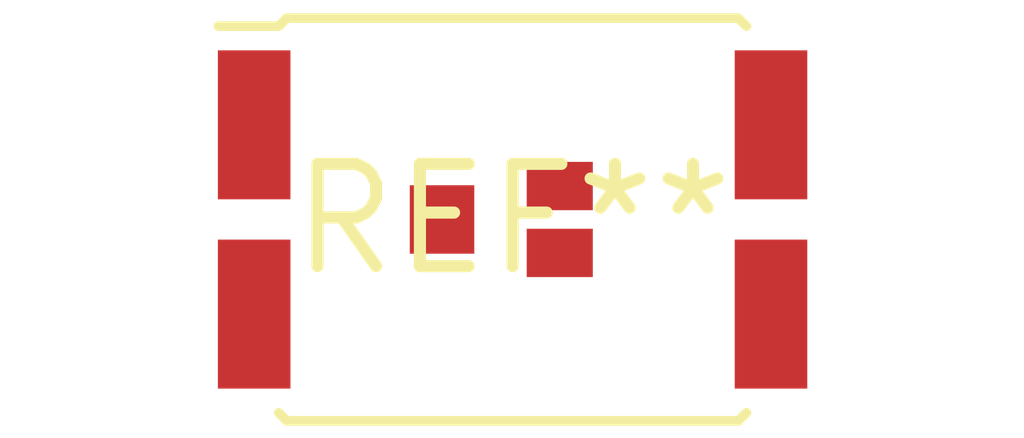
<source format=kicad_pcb>
(kicad_pcb (version 20240108) (generator pcbnew)
  (layers (0 "F.Cu" signal) (31 "B.Cu" signal) (34 "B.Paste" user) (35 "F.Paste" user) (36 "B.SilkS" user "B.Silkscreen") (37 "F.SilkS" user "F.Silkscreen") (38 "B.Mask" user) (39 "F.Mask" user) (44 "Edge.Cuts" user))
  (net 0 "")
  (footprint "DirectFET_MU" (layer "F.Cu") (at 0 0)
    (property "Reference" "REF**")
    (property "Value" "DirectFET_MU")
    (fp_line (start -3.65 -2.4) (end -2.9 -2.4) (layer "F.SilkS") (stroke (width 0.12)))
    (fp_line (start -2.9 -2.4) (end -2.8 -2.5) (layer "F.SilkS") (stroke (width 0.12)))
    (fp_line (start -2.8 -2.5) (end 2.8 -2.5) (layer "F.SilkS") (stroke (width 0.12)))
    (fp_line (start -2.8 2.5) (end -2.9 2.4) (layer "F.SilkS") (stroke (width 0.12)))
    (fp_line (start 2.8 -2.5) (end 2.9 -2.4) (layer "F.SilkS") (stroke (width 0.12)))
    (fp_line (start 2.8 2.5) (end -2.8 2.5) (layer "F.SilkS") (stroke (width 0.12)))
    (fp_line (start 2.9 2.4) (end 2.8 2.5) (layer "F.SilkS") (stroke (width 0.12)))
    (pad "1" smd rect (at -3.205 -1.175) (size 0.9 1.85) (layers "F.Cu" "F.Paste" "F.Mask"))
    (pad "1" smd rect (at -3.205 1.175) (size 0.9 1.85) (layers "F.Cu" "F.Paste" "F.Mask"))
    (pad "1" smd rect (at 3.205 -1.175) (size 0.9 1.85) (layers "F.Cu" "F.Paste" "F.Mask"))
    (pad "1" smd rect (at 3.205 1.175) (size 0.9 1.85) (layers "F.Cu" "F.Paste" "F.Mask"))
    (pad "2" smd rect (at -0.875 0) (size 0.8 0.85) (layers "F.Cu" "F.Paste" "F.Mask"))
    (pad "3" smd rect (at 0.585 -0.415) (size 0.82 0.6) (layers "F.Cu" "F.Paste" "F.Mask"))
    (pad "3" smd rect (at 0.585 0.415) (size 0.82 0.6) (layers "F.Cu" "F.Paste" "F.Mask"))
  )
)
</source>
